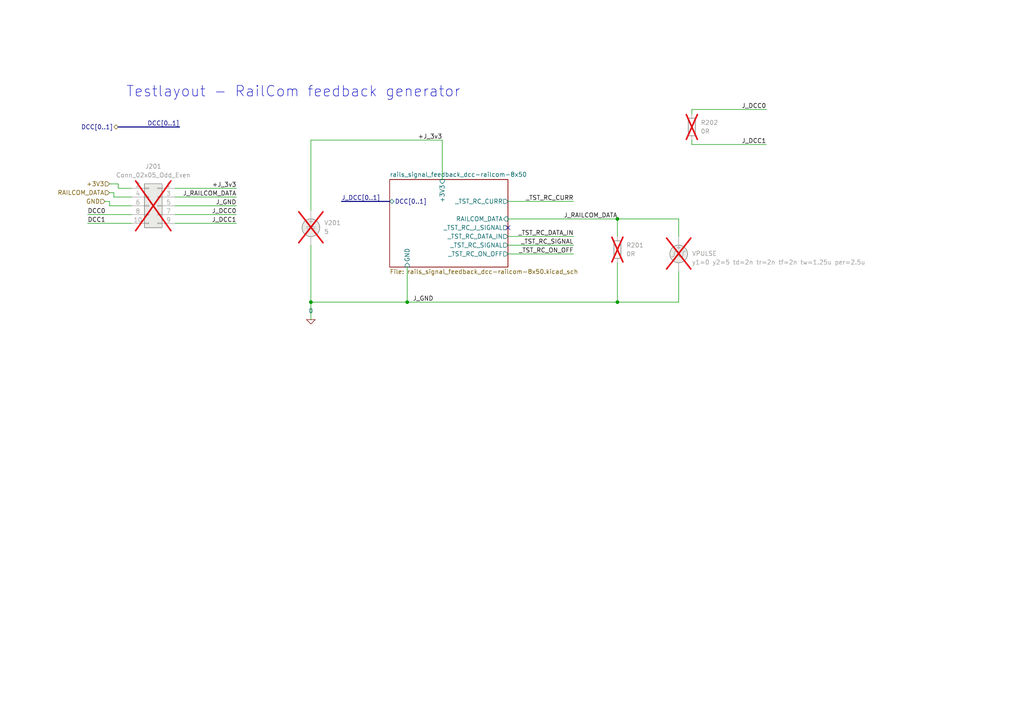
<source format=kicad_sch>
(kicad_sch
	(version 20231120)
	(generator "eeschema")
	(generator_version "8.0")
	(uuid "6d7aefd8-fcb8-4935-b99c-c7045c3b702f")
	(paper "A4")
	(title_block
		(title "xDuinoRail - LocDecoder - Development Kit")
		(date "2024-10-09")
		(rev "v0.2")
		(company "Chatelain Engineering, Bern - CH")
	)
	(lib_symbols
		(symbol "Connector_Generic:Conn_02x05_Odd_Even"
			(pin_names
				(offset 1.016) hide)
			(exclude_from_sim no)
			(in_bom yes)
			(on_board yes)
			(property "Reference" "J"
				(at 1.27 7.62 0)
				(effects
					(font
						(size 1.27 1.27)
					)
				)
			)
			(property "Value" "Conn_02x05_Odd_Even"
				(at 1.27 -7.62 0)
				(effects
					(font
						(size 1.27 1.27)
					)
				)
			)
			(property "Footprint" ""
				(at 0 0 0)
				(effects
					(font
						(size 1.27 1.27)
					)
					(hide yes)
				)
			)
			(property "Datasheet" "~"
				(at 0 0 0)
				(effects
					(font
						(size 1.27 1.27)
					)
					(hide yes)
				)
			)
			(property "Description" "Generic connector, double row, 02x05, odd/even pin numbering scheme (row 1 odd numbers, row 2 even numbers), script generated (kicad-library-utils/schlib/autogen/connector/)"
				(at 0 0 0)
				(effects
					(font
						(size 1.27 1.27)
					)
					(hide yes)
				)
			)
			(property "ki_keywords" "connector"
				(at 0 0 0)
				(effects
					(font
						(size 1.27 1.27)
					)
					(hide yes)
				)
			)
			(property "ki_fp_filters" "Connector*:*_2x??_*"
				(at 0 0 0)
				(effects
					(font
						(size 1.27 1.27)
					)
					(hide yes)
				)
			)
			(symbol "Conn_02x05_Odd_Even_1_1"
				(rectangle
					(start -1.27 -4.953)
					(end 0 -5.207)
					(stroke
						(width 0.1524)
						(type default)
					)
					(fill
						(type none)
					)
				)
				(rectangle
					(start -1.27 -2.413)
					(end 0 -2.667)
					(stroke
						(width 0.1524)
						(type default)
					)
					(fill
						(type none)
					)
				)
				(rectangle
					(start -1.27 0.127)
					(end 0 -0.127)
					(stroke
						(width 0.1524)
						(type default)
					)
					(fill
						(type none)
					)
				)
				(rectangle
					(start -1.27 2.667)
					(end 0 2.413)
					(stroke
						(width 0.1524)
						(type default)
					)
					(fill
						(type none)
					)
				)
				(rectangle
					(start -1.27 5.207)
					(end 0 4.953)
					(stroke
						(width 0.1524)
						(type default)
					)
					(fill
						(type none)
					)
				)
				(rectangle
					(start -1.27 6.35)
					(end 3.81 -6.35)
					(stroke
						(width 0.254)
						(type default)
					)
					(fill
						(type background)
					)
				)
				(rectangle
					(start 3.81 -4.953)
					(end 2.54 -5.207)
					(stroke
						(width 0.1524)
						(type default)
					)
					(fill
						(type none)
					)
				)
				(rectangle
					(start 3.81 -2.413)
					(end 2.54 -2.667)
					(stroke
						(width 0.1524)
						(type default)
					)
					(fill
						(type none)
					)
				)
				(rectangle
					(start 3.81 0.127)
					(end 2.54 -0.127)
					(stroke
						(width 0.1524)
						(type default)
					)
					(fill
						(type none)
					)
				)
				(rectangle
					(start 3.81 2.667)
					(end 2.54 2.413)
					(stroke
						(width 0.1524)
						(type default)
					)
					(fill
						(type none)
					)
				)
				(rectangle
					(start 3.81 5.207)
					(end 2.54 4.953)
					(stroke
						(width 0.1524)
						(type default)
					)
					(fill
						(type none)
					)
				)
				(pin passive line
					(at -5.08 5.08 0)
					(length 3.81)
					(name "Pin_1"
						(effects
							(font
								(size 1.27 1.27)
							)
						)
					)
					(number "1"
						(effects
							(font
								(size 1.27 1.27)
							)
						)
					)
				)
				(pin passive line
					(at 7.62 -5.08 180)
					(length 3.81)
					(name "Pin_10"
						(effects
							(font
								(size 1.27 1.27)
							)
						)
					)
					(number "10"
						(effects
							(font
								(size 1.27 1.27)
							)
						)
					)
				)
				(pin passive line
					(at 7.62 5.08 180)
					(length 3.81)
					(name "Pin_2"
						(effects
							(font
								(size 1.27 1.27)
							)
						)
					)
					(number "2"
						(effects
							(font
								(size 1.27 1.27)
							)
						)
					)
				)
				(pin passive line
					(at -5.08 2.54 0)
					(length 3.81)
					(name "Pin_3"
						(effects
							(font
								(size 1.27 1.27)
							)
						)
					)
					(number "3"
						(effects
							(font
								(size 1.27 1.27)
							)
						)
					)
				)
				(pin passive line
					(at 7.62 2.54 180)
					(length 3.81)
					(name "Pin_4"
						(effects
							(font
								(size 1.27 1.27)
							)
						)
					)
					(number "4"
						(effects
							(font
								(size 1.27 1.27)
							)
						)
					)
				)
				(pin passive line
					(at -5.08 0 0)
					(length 3.81)
					(name "Pin_5"
						(effects
							(font
								(size 1.27 1.27)
							)
						)
					)
					(number "5"
						(effects
							(font
								(size 1.27 1.27)
							)
						)
					)
				)
				(pin passive line
					(at 7.62 0 180)
					(length 3.81)
					(name "Pin_6"
						(effects
							(font
								(size 1.27 1.27)
							)
						)
					)
					(number "6"
						(effects
							(font
								(size 1.27 1.27)
							)
						)
					)
				)
				(pin passive line
					(at -5.08 -2.54 0)
					(length 3.81)
					(name "Pin_7"
						(effects
							(font
								(size 1.27 1.27)
							)
						)
					)
					(number "7"
						(effects
							(font
								(size 1.27 1.27)
							)
						)
					)
				)
				(pin passive line
					(at 7.62 -2.54 180)
					(length 3.81)
					(name "Pin_8"
						(effects
							(font
								(size 1.27 1.27)
							)
						)
					)
					(number "8"
						(effects
							(font
								(size 1.27 1.27)
							)
						)
					)
				)
				(pin passive line
					(at -5.08 -5.08 0)
					(length 3.81)
					(name "Pin_9"
						(effects
							(font
								(size 1.27 1.27)
							)
						)
					)
					(number "9"
						(effects
							(font
								(size 1.27 1.27)
							)
						)
					)
				)
			)
		)
		(symbol "Device:R"
			(pin_numbers hide)
			(pin_names
				(offset 0)
			)
			(exclude_from_sim no)
			(in_bom yes)
			(on_board yes)
			(property "Reference" "R"
				(at 2.032 0 90)
				(effects
					(font
						(size 1.27 1.27)
					)
				)
			)
			(property "Value" "R"
				(at 0 0 90)
				(effects
					(font
						(size 1.27 1.27)
					)
				)
			)
			(property "Footprint" ""
				(at -1.778 0 90)
				(effects
					(font
						(size 1.27 1.27)
					)
					(hide yes)
				)
			)
			(property "Datasheet" "~"
				(at 0 0 0)
				(effects
					(font
						(size 1.27 1.27)
					)
					(hide yes)
				)
			)
			(property "Description" "Resistor"
				(at 0 0 0)
				(effects
					(font
						(size 1.27 1.27)
					)
					(hide yes)
				)
			)
			(property "ki_keywords" "R res resistor"
				(at 0 0 0)
				(effects
					(font
						(size 1.27 1.27)
					)
					(hide yes)
				)
			)
			(property "ki_fp_filters" "R_*"
				(at 0 0 0)
				(effects
					(font
						(size 1.27 1.27)
					)
					(hide yes)
				)
			)
			(symbol "R_0_1"
				(rectangle
					(start -1.016 -2.54)
					(end 1.016 2.54)
					(stroke
						(width 0.254)
						(type default)
					)
					(fill
						(type none)
					)
				)
			)
			(symbol "R_1_1"
				(pin passive line
					(at 0 3.81 270)
					(length 1.27)
					(name "~"
						(effects
							(font
								(size 1.27 1.27)
							)
						)
					)
					(number "1"
						(effects
							(font
								(size 1.27 1.27)
							)
						)
					)
				)
				(pin passive line
					(at 0 -3.81 90)
					(length 1.27)
					(name "~"
						(effects
							(font
								(size 1.27 1.27)
							)
						)
					)
					(number "2"
						(effects
							(font
								(size 1.27 1.27)
							)
						)
					)
				)
			)
		)
		(symbol "Simulation_SPICE:0"
			(power)
			(pin_numbers hide)
			(pin_names
				(offset 0) hide)
			(exclude_from_sim no)
			(in_bom yes)
			(on_board yes)
			(property "Reference" "#GND"
				(at 0 -5.08 0)
				(effects
					(font
						(size 1.27 1.27)
					)
					(hide yes)
				)
			)
			(property "Value" "0"
				(at 0 -2.54 0)
				(effects
					(font
						(size 1.27 1.27)
					)
				)
			)
			(property "Footprint" ""
				(at 0 0 0)
				(effects
					(font
						(size 1.27 1.27)
					)
					(hide yes)
				)
			)
			(property "Datasheet" "https://ngspice.sourceforge.io/docs/ngspice-html-manual/manual.xhtml#subsec_Circuit_elements__device"
				(at 0 -10.16 0)
				(effects
					(font
						(size 1.27 1.27)
					)
					(hide yes)
				)
			)
			(property "Description" "0V reference potential for simulation"
				(at 0 -7.62 0)
				(effects
					(font
						(size 1.27 1.27)
					)
					(hide yes)
				)
			)
			(property "ki_keywords" "simulation"
				(at 0 0 0)
				(effects
					(font
						(size 1.27 1.27)
					)
					(hide yes)
				)
			)
			(symbol "0_0_1"
				(polyline
					(pts
						(xy -1.27 0) (xy 0 -1.27) (xy 1.27 0) (xy -1.27 0)
					)
					(stroke
						(width 0)
						(type default)
					)
					(fill
						(type none)
					)
				)
			)
			(symbol "0_1_1"
				(pin power_in line
					(at 0 0 0)
					(length 0)
					(name "~"
						(effects
							(font
								(size 1.016 1.016)
							)
						)
					)
					(number "1"
						(effects
							(font
								(size 1.016 1.016)
							)
						)
					)
				)
			)
		)
		(symbol "Simulation_SPICE:VDC"
			(pin_numbers hide)
			(pin_names
				(offset 0.0254)
			)
			(exclude_from_sim no)
			(in_bom yes)
			(on_board yes)
			(property "Reference" "V"
				(at 2.54 2.54 0)
				(effects
					(font
						(size 1.27 1.27)
					)
					(justify left)
				)
			)
			(property "Value" "1"
				(at 2.54 0 0)
				(effects
					(font
						(size 1.27 1.27)
					)
					(justify left)
				)
			)
			(property "Footprint" ""
				(at 0 0 0)
				(effects
					(font
						(size 1.27 1.27)
					)
					(hide yes)
				)
			)
			(property "Datasheet" "https://ngspice.sourceforge.io/docs/ngspice-html-manual/manual.xhtml#sec_Independent_Sources_for"
				(at 0 0 0)
				(effects
					(font
						(size 1.27 1.27)
					)
					(hide yes)
				)
			)
			(property "Description" "Voltage source, DC"
				(at 0 0 0)
				(effects
					(font
						(size 1.27 1.27)
					)
					(hide yes)
				)
			)
			(property "Sim.Pins" "1=+ 2=-"
				(at 0 0 0)
				(effects
					(font
						(size 1.27 1.27)
					)
					(hide yes)
				)
			)
			(property "Sim.Type" "DC"
				(at 0 0 0)
				(effects
					(font
						(size 1.27 1.27)
					)
					(hide yes)
				)
			)
			(property "Sim.Device" "V"
				(at 0 0 0)
				(effects
					(font
						(size 1.27 1.27)
					)
					(justify left)
					(hide yes)
				)
			)
			(property "ki_keywords" "simulation"
				(at 0 0 0)
				(effects
					(font
						(size 1.27 1.27)
					)
					(hide yes)
				)
			)
			(symbol "VDC_0_0"
				(polyline
					(pts
						(xy -1.27 0.254) (xy 1.27 0.254)
					)
					(stroke
						(width 0)
						(type default)
					)
					(fill
						(type none)
					)
				)
				(polyline
					(pts
						(xy -0.762 -0.254) (xy -1.27 -0.254)
					)
					(stroke
						(width 0)
						(type default)
					)
					(fill
						(type none)
					)
				)
				(polyline
					(pts
						(xy 0.254 -0.254) (xy -0.254 -0.254)
					)
					(stroke
						(width 0)
						(type default)
					)
					(fill
						(type none)
					)
				)
				(polyline
					(pts
						(xy 1.27 -0.254) (xy 0.762 -0.254)
					)
					(stroke
						(width 0)
						(type default)
					)
					(fill
						(type none)
					)
				)
				(text "+"
					(at 0 1.905 0)
					(effects
						(font
							(size 1.27 1.27)
						)
					)
				)
			)
			(symbol "VDC_0_1"
				(circle
					(center 0 0)
					(radius 2.54)
					(stroke
						(width 0.254)
						(type default)
					)
					(fill
						(type background)
					)
				)
			)
			(symbol "VDC_1_1"
				(pin passive line
					(at 0 5.08 270)
					(length 2.54)
					(name "~"
						(effects
							(font
								(size 1.27 1.27)
							)
						)
					)
					(number "1"
						(effects
							(font
								(size 1.27 1.27)
							)
						)
					)
				)
				(pin passive line
					(at 0 -5.08 90)
					(length 2.54)
					(name "~"
						(effects
							(font
								(size 1.27 1.27)
							)
						)
					)
					(number "2"
						(effects
							(font
								(size 1.27 1.27)
							)
						)
					)
				)
			)
		)
		(symbol "Simulation_SPICE:VPULSE"
			(pin_numbers hide)
			(pin_names
				(offset 0.0254)
			)
			(exclude_from_sim no)
			(in_bom yes)
			(on_board yes)
			(property "Reference" "V"
				(at 2.54 2.54 0)
				(effects
					(font
						(size 1.27 1.27)
					)
					(justify left)
				)
			)
			(property "Value" "VPULSE"
				(at 2.54 0 0)
				(effects
					(font
						(size 1.27 1.27)
					)
					(justify left)
				)
			)
			(property "Footprint" ""
				(at 0 0 0)
				(effects
					(font
						(size 1.27 1.27)
					)
					(hide yes)
				)
			)
			(property "Datasheet" "https://ngspice.sourceforge.io/docs/ngspice-html-manual/manual.xhtml#sec_Independent_Sources_for"
				(at 0 0 0)
				(effects
					(font
						(size 1.27 1.27)
					)
					(hide yes)
				)
			)
			(property "Description" "Voltage source, pulse"
				(at 0 0 0)
				(effects
					(font
						(size 1.27 1.27)
					)
					(hide yes)
				)
			)
			(property "Sim.Pins" "1=+ 2=-"
				(at 0 0 0)
				(effects
					(font
						(size 1.27 1.27)
					)
					(hide yes)
				)
			)
			(property "Sim.Type" "PULSE"
				(at 0 0 0)
				(effects
					(font
						(size 1.27 1.27)
					)
					(hide yes)
				)
			)
			(property "Sim.Device" "V"
				(at 0 0 0)
				(effects
					(font
						(size 1.27 1.27)
					)
					(justify left)
					(hide yes)
				)
			)
			(property "Sim.Params" "y1=0 y2=1 td=2n tr=2n tf=2n tw=50n per=100n"
				(at 2.54 -2.54 0)
				(effects
					(font
						(size 1.27 1.27)
					)
					(justify left)
				)
			)
			(property "ki_keywords" "simulation"
				(at 0 0 0)
				(effects
					(font
						(size 1.27 1.27)
					)
					(hide yes)
				)
			)
			(symbol "VPULSE_0_0"
				(polyline
					(pts
						(xy -2.032 -0.762) (xy -1.397 -0.762) (xy -1.143 0.762) (xy -0.127 0.762) (xy 0.127 -0.762) (xy 1.143 -0.762)
						(xy 1.397 0.762) (xy 2.032 0.762)
					)
					(stroke
						(width 0)
						(type default)
					)
					(fill
						(type none)
					)
				)
				(text "+"
					(at 0 1.905 0)
					(effects
						(font
							(size 1.27 1.27)
						)
					)
				)
			)
			(symbol "VPULSE_0_1"
				(circle
					(center 0 0)
					(radius 2.54)
					(stroke
						(width 0.254)
						(type default)
					)
					(fill
						(type background)
					)
				)
			)
			(symbol "VPULSE_1_1"
				(pin passive line
					(at 0 5.08 270)
					(length 2.54)
					(name "~"
						(effects
							(font
								(size 1.27 1.27)
							)
						)
					)
					(number "1"
						(effects
							(font
								(size 1.27 1.27)
							)
						)
					)
				)
				(pin passive line
					(at 0 -5.08 90)
					(length 2.54)
					(name "~"
						(effects
							(font
								(size 1.27 1.27)
							)
						)
					)
					(number "2"
						(effects
							(font
								(size 1.27 1.27)
							)
						)
					)
				)
			)
		)
	)
	(junction
		(at 118.11 87.63)
		(diameter 0)
		(color 0 0 0 0)
		(uuid "6f2fd1b4-4ecc-47c2-9de0-cc4817736eae")
	)
	(junction
		(at 179.07 87.63)
		(diameter 0)
		(color 0 0 0 0)
		(uuid "cc9c03e1-bdcb-40fb-86a7-d79becb5f3fc")
	)
	(junction
		(at 179.07 63.5)
		(diameter 0)
		(color 0 0 0 0)
		(uuid "dea27ef0-064d-43bd-b730-dd2f2682c7e5")
	)
	(junction
		(at 90.17 87.63)
		(diameter 0)
		(color 0 0 0 0)
		(uuid "e272a849-cc71-499e-b6a8-a075a2a5d677")
	)
	(no_connect
		(at 147.32 66.04)
		(uuid "f50e0822-7ef8-4148-9473-af6213ea837b")
	)
	(wire
		(pts
			(xy 50.8 64.77) (xy 68.58 64.77)
		)
		(stroke
			(width 0)
			(type default)
		)
		(uuid "04bebee8-ff56-4660-a6cc-f69ef5d58ca3")
	)
	(wire
		(pts
			(xy 147.32 71.12) (xy 166.37 71.12)
		)
		(stroke
			(width 0)
			(type default)
		)
		(uuid "09b29b96-a880-4a1d-9110-b00312c059f5")
	)
	(wire
		(pts
			(xy 128.27 40.64) (xy 128.27 52.07)
		)
		(stroke
			(width 0)
			(type default)
		)
		(uuid "0b9a2c93-7133-4722-a2e3-8b6789ddb2ef")
	)
	(wire
		(pts
			(xy 90.17 40.64) (xy 128.27 40.64)
		)
		(stroke
			(width 0)
			(type default)
		)
		(uuid "0dad6ef4-779b-4028-a9df-f2ace96f0d20")
	)
	(wire
		(pts
			(xy 25.4 62.23) (xy 38.1 62.23)
		)
		(stroke
			(width 0)
			(type default)
		)
		(uuid "202e3197-0b73-449f-9ab5-87c3bcb1c45b")
	)
	(wire
		(pts
			(xy 31.75 53.34) (xy 34.29 53.34)
		)
		(stroke
			(width 0)
			(type default)
		)
		(uuid "219575d4-e40b-4204-973e-7dceaf9982d8")
	)
	(wire
		(pts
			(xy 30.48 58.42) (xy 31.75 58.42)
		)
		(stroke
			(width 0)
			(type default)
		)
		(uuid "2d9ae998-2950-40e2-987e-c0e9b869fbdf")
	)
	(wire
		(pts
			(xy 147.32 63.5) (xy 179.07 63.5)
		)
		(stroke
			(width 0)
			(type default)
		)
		(uuid "2f54d384-c45e-41c5-8de3-c0190f32e37e")
	)
	(wire
		(pts
			(xy 147.32 58.42) (xy 166.37 58.42)
		)
		(stroke
			(width 0)
			(type default)
		)
		(uuid "313d5732-6555-441d-af0f-c478f641f462")
	)
	(wire
		(pts
			(xy 196.85 78.74) (xy 196.85 87.63)
		)
		(stroke
			(width 0)
			(type default)
		)
		(uuid "393bb305-7d44-4b44-8658-7af4d6126e79")
	)
	(wire
		(pts
			(xy 90.17 87.63) (xy 90.17 92.71)
		)
		(stroke
			(width 0)
			(type default)
		)
		(uuid "3af9a859-03ca-4ac6-a141-9edf771ef094")
	)
	(wire
		(pts
			(xy 147.32 68.58) (xy 166.37 68.58)
		)
		(stroke
			(width 0)
			(type default)
		)
		(uuid "3c43f909-30e5-4af8-b544-c46af4579442")
	)
	(wire
		(pts
			(xy 200.66 31.75) (xy 200.66 33.02)
		)
		(stroke
			(width 0)
			(type default)
		)
		(uuid "4bddc85c-4a34-4353-a98d-cdc5f99a2a77")
	)
	(wire
		(pts
			(xy 31.75 59.69) (xy 38.1 59.69)
		)
		(stroke
			(width 0)
			(type default)
		)
		(uuid "4ed7608a-6e22-4544-b164-008ee103b901")
	)
	(wire
		(pts
			(xy 33.02 57.15) (xy 38.1 57.15)
		)
		(stroke
			(width 0)
			(type default)
		)
		(uuid "4f93cbe7-bb73-4eeb-a0ce-ad11dfd3e633")
	)
	(bus
		(pts
			(xy 99.06 58.42) (xy 113.03 58.42)
		)
		(stroke
			(width 0)
			(type default)
		)
		(uuid "5e75aca0-c723-4814-937c-41da7d54aec7")
	)
	(wire
		(pts
			(xy 33.02 55.88) (xy 33.02 57.15)
		)
		(stroke
			(width 0)
			(type default)
		)
		(uuid "66b62af9-12b9-4ca1-b27a-7b986d1df33e")
	)
	(wire
		(pts
			(xy 179.07 63.5) (xy 196.85 63.5)
		)
		(stroke
			(width 0)
			(type default)
		)
		(uuid "6cca6b2d-ac04-497a-aa37-ca85cd8c2eaf")
	)
	(wire
		(pts
			(xy 196.85 68.58) (xy 196.85 63.5)
		)
		(stroke
			(width 0)
			(type default)
		)
		(uuid "6d0b81bc-c03c-42f0-8706-5de5f221cc3b")
	)
	(wire
		(pts
			(xy 50.8 57.15) (xy 68.58 57.15)
		)
		(stroke
			(width 0)
			(type default)
		)
		(uuid "73354bf5-2f65-414b-808f-3eb91e8be278")
	)
	(wire
		(pts
			(xy 200.66 41.91) (xy 222.25 41.91)
		)
		(stroke
			(width 0)
			(type default)
		)
		(uuid "78bff2cd-b232-4b70-9871-da4e615229c9")
	)
	(wire
		(pts
			(xy 25.4 64.77) (xy 38.1 64.77)
		)
		(stroke
			(width 0)
			(type default)
		)
		(uuid "8053b0d1-1692-4d37-a4b1-d528102834e2")
	)
	(wire
		(pts
			(xy 34.29 53.34) (xy 34.29 54.61)
		)
		(stroke
			(width 0)
			(type default)
		)
		(uuid "80a56e01-2439-442b-ab2e-1ae367a5d6ae")
	)
	(wire
		(pts
			(xy 31.75 58.42) (xy 31.75 59.69)
		)
		(stroke
			(width 0)
			(type default)
		)
		(uuid "86359060-8b57-4f61-89ff-f153e4e234a8")
	)
	(wire
		(pts
			(xy 147.32 73.66) (xy 166.37 73.66)
		)
		(stroke
			(width 0)
			(type default)
		)
		(uuid "889f7ea5-7933-4caf-8609-5836e72ac877")
	)
	(wire
		(pts
			(xy 179.07 76.2) (xy 179.07 87.63)
		)
		(stroke
			(width 0)
			(type default)
		)
		(uuid "8a7e2f07-9108-424e-ad63-a162115a9fd0")
	)
	(wire
		(pts
			(xy 50.8 59.69) (xy 68.58 59.69)
		)
		(stroke
			(width 0)
			(type default)
		)
		(uuid "930af6f7-9ebe-4124-bf69-2f4f6c4a5f4c")
	)
	(wire
		(pts
			(xy 90.17 71.12) (xy 90.17 87.63)
		)
		(stroke
			(width 0)
			(type default)
		)
		(uuid "9443f1cb-f41d-4e69-be31-5f4926b91c55")
	)
	(wire
		(pts
			(xy 118.11 87.63) (xy 118.11 77.47)
		)
		(stroke
			(width 0)
			(type default)
		)
		(uuid "96e2c257-666a-4f47-8f37-8caa3141c65e")
	)
	(wire
		(pts
			(xy 200.66 41.91) (xy 200.66 40.64)
		)
		(stroke
			(width 0)
			(type default)
		)
		(uuid "a300d9ed-62c4-4028-b5a6-d7886fadcce5")
	)
	(wire
		(pts
			(xy 179.07 87.63) (xy 196.85 87.63)
		)
		(stroke
			(width 0)
			(type default)
		)
		(uuid "b4a4963a-8b19-473b-90b5-b0d0be0f21a1")
	)
	(wire
		(pts
			(xy 90.17 87.63) (xy 118.11 87.63)
		)
		(stroke
			(width 0)
			(type default)
		)
		(uuid "bcdba7ba-08f5-4efe-bf0a-acf23d5a25a2")
	)
	(wire
		(pts
			(xy 90.17 60.96) (xy 90.17 40.64)
		)
		(stroke
			(width 0)
			(type default)
		)
		(uuid "d18a6f26-a269-4dd2-aea6-67bc76487c54")
	)
	(wire
		(pts
			(xy 50.8 54.61) (xy 68.58 54.61)
		)
		(stroke
			(width 0)
			(type default)
		)
		(uuid "d9afae14-3fb1-4baf-8c08-a9beb95c125c")
	)
	(wire
		(pts
			(xy 31.75 55.88) (xy 33.02 55.88)
		)
		(stroke
			(width 0)
			(type default)
		)
		(uuid "e0c4c0bd-a94a-43cd-a77f-b3f7aeff7b45")
	)
	(wire
		(pts
			(xy 50.8 62.23) (xy 68.58 62.23)
		)
		(stroke
			(width 0)
			(type default)
		)
		(uuid "e38a1909-8b8b-451f-bee9-b809026d54ab")
	)
	(wire
		(pts
			(xy 118.11 87.63) (xy 179.07 87.63)
		)
		(stroke
			(width 0)
			(type default)
		)
		(uuid "e3a52ff8-0fed-48e3-b1c4-865382504dcd")
	)
	(wire
		(pts
			(xy 34.29 54.61) (xy 38.1 54.61)
		)
		(stroke
			(width 0)
			(type default)
		)
		(uuid "e865e258-667e-46b5-9302-1743ba63ec29")
	)
	(wire
		(pts
			(xy 179.07 63.5) (xy 179.07 68.58)
		)
		(stroke
			(width 0)
			(type default)
		)
		(uuid "f21cb5c5-acd8-46a9-b74d-902656a8b7b1")
	)
	(bus
		(pts
			(xy 34.29 36.83) (xy 52.07 36.83)
		)
		(stroke
			(width 0)
			(type default)
		)
		(uuid "f8506420-a060-44bd-96fa-54beca64270d")
	)
	(wire
		(pts
			(xy 200.66 31.75) (xy 222.25 31.75)
		)
		(stroke
			(width 0)
			(type default)
		)
		(uuid "fe530b38-fbee-4831-84f7-87a4716aa3a9")
	)
	(text "Testlayout - RailCom feedback generator"
		(exclude_from_sim no)
		(at 85.09 26.67 0)
		(effects
			(font
				(size 3.048 3.048)
			)
		)
		(uuid "4bd3dc2a-2063-413e-999c-593cb966b599")
	)
	(label "_TST_RC_SIGNAL"
		(at 166.37 71.12 180)
		(fields_autoplaced yes)
		(effects
			(font
				(size 1.27 1.27)
			)
			(justify right bottom)
		)
		(uuid "0b484595-4794-4dda-a675-621405330dfe")
	)
	(label "J_DCC0"
		(at 68.58 62.23 180)
		(fields_autoplaced yes)
		(effects
			(font
				(size 1.27 1.27)
			)
			(justify right bottom)
		)
		(uuid "181f9ce4-e484-47c9-8552-c90036605f7c")
	)
	(label "DCC[0..1]"
		(at 52.07 36.83 180)
		(fields_autoplaced yes)
		(effects
			(font
				(size 1.27 1.27)
			)
			(justify right bottom)
		)
		(uuid "2e59525d-a4e1-42a3-923b-84b6d7f087bc")
	)
	(label "J_DCC0"
		(at 222.25 31.75 180)
		(fields_autoplaced yes)
		(effects
			(font
				(size 1.27 1.27)
			)
			(justify right bottom)
		)
		(uuid "3c6ff148-4246-4608-b26f-d079d5a83062")
	)
	(label "_TST_RC_CURR"
		(at 166.37 58.42 180)
		(fields_autoplaced yes)
		(effects
			(font
				(size 1.27 1.27)
			)
			(justify right bottom)
		)
		(uuid "639748c0-13b4-4e88-9f5f-f28297aa039d")
	)
	(label "J_DCC1"
		(at 222.25 41.91 180)
		(fields_autoplaced yes)
		(effects
			(font
				(size 1.27 1.27)
			)
			(justify right bottom)
		)
		(uuid "65d6f9d0-ed65-4c6d-aca5-22bd2438590e")
	)
	(label "J_GND"
		(at 125.73 87.63 180)
		(fields_autoplaced yes)
		(effects
			(font
				(size 1.27 1.27)
			)
			(justify right bottom)
		)
		(uuid "65f58800-6b53-4cf9-b381-4d75438671c5")
	)
	(label "DCC0"
		(at 25.4 62.23 0)
		(fields_autoplaced yes)
		(effects
			(font
				(size 1.27 1.27)
			)
			(justify left bottom)
		)
		(uuid "7ff58d2a-fd41-4009-bc16-ffa625ffa723")
	)
	(label "J_RAILCOM_DATA"
		(at 179.07 63.5 180)
		(fields_autoplaced yes)
		(effects
			(font
				(size 1.27 1.27)
			)
			(justify right bottom)
		)
		(uuid "a4734699-fa78-4617-878b-e76d306e0256")
	)
	(label "DCC1"
		(at 25.4 64.77 0)
		(fields_autoplaced yes)
		(effects
			(font
				(size 1.27 1.27)
			)
			(justify left bottom)
		)
		(uuid "ac94ee49-bf63-48a5-b26a-c2ba4cea2e25")
	)
	(label "J_DCC[0..1]"
		(at 99.06 58.42 0)
		(fields_autoplaced yes)
		(effects
			(font
				(size 1.27 1.27)
			)
			(justify left bottom)
		)
		(uuid "bcd79576-11ca-4e8d-905a-17fb039d959f")
	)
	(label "J_DCC1"
		(at 68.58 64.77 180)
		(fields_autoplaced yes)
		(effects
			(font
				(size 1.27 1.27)
			)
			(justify right bottom)
		)
		(uuid "e6155db5-5143-410c-914c-469c4b0fa6dd")
	)
	(label "+J_3v3"
		(at 128.27 40.64 180)
		(fields_autoplaced yes)
		(effects
			(font
				(size 1.27 1.27)
			)
			(justify right bottom)
		)
		(uuid "e61d33c4-9f38-453a-9bf1-8dfa19fde969")
	)
	(label "_TST_RC_DATA_IN"
		(at 166.37 68.58 180)
		(fields_autoplaced yes)
		(effects
			(font
				(size 1.27 1.27)
			)
			(justify right bottom)
		)
		(uuid "f01c9bc0-acc6-4beb-9536-62e4a6b399d2")
	)
	(label "J_GND"
		(at 68.58 59.69 180)
		(fields_autoplaced yes)
		(effects
			(font
				(size 1.27 1.27)
			)
			(justify right bottom)
		)
		(uuid "f239dea2-58c4-4d81-a3bb-cfc11d9a08ea")
	)
	(label "J_RAILCOM_DATA"
		(at 68.58 57.15 180)
		(fields_autoplaced yes)
		(effects
			(font
				(size 1.27 1.27)
			)
			(justify right bottom)
		)
		(uuid "f565264f-1000-4f71-8000-3bd31eca9df3")
	)
	(label "_TST_RC_ON_OFF"
		(at 166.37 73.66 180)
		(fields_autoplaced yes)
		(effects
			(font
				(size 1.27 1.27)
			)
			(justify right bottom)
		)
		(uuid "f7021346-f86d-4c48-8193-4942fb968153")
	)
	(label "+J_3v3"
		(at 68.58 54.61 180)
		(fields_autoplaced yes)
		(effects
			(font
				(size 1.27 1.27)
			)
			(justify right bottom)
		)
		(uuid "fc353637-18da-463d-b29d-b9bc37761fdf")
	)
	(hierarchical_label "DCC[0..1]"
		(shape bidirectional)
		(at 34.29 36.83 180)
		(fields_autoplaced yes)
		(effects
			(font
				(size 1.27 1.27)
			)
			(justify right)
		)
		(uuid "00359130-588b-4566-8dcb-10d396dc251d")
	)
	(hierarchical_label "+3V3"
		(shape input)
		(at 31.75 53.34 180)
		(fields_autoplaced yes)
		(effects
			(font
				(size 1.27 1.27)
			)
			(justify right)
		)
		(uuid "dcf10229-d7bd-4367-89e6-494172badeb9")
	)
	(hierarchical_label "RAILCOM_DATA"
		(shape input)
		(at 31.75 55.88 180)
		(fields_autoplaced yes)
		(effects
			(font
				(size 1.27 1.27)
			)
			(justify right)
		)
		(uuid "f9e2da6c-714b-4bf5-ab05-81c6bbd05bb6")
	)
	(hierarchical_label "GND"
		(shape input)
		(at 30.48 58.42 180)
		(fields_autoplaced yes)
		(effects
			(font
				(size 1.27 1.27)
			)
			(justify right)
		)
		(uuid "fb39273a-ba2b-475b-bb39-fe3ec755420d")
	)
	(symbol
		(lib_id "Simulation_SPICE:VPULSE")
		(at 196.85 73.66 0)
		(unit 1)
		(exclude_from_sim no)
		(in_bom no)
		(on_board no)
		(dnp yes)
		(fields_autoplaced yes)
		(uuid "53f7c01c-17fe-4cf4-acbe-d1d285113d2b")
		(property "Reference" "V202"
			(at 200.66 70.9901 0)
			(effects
				(font
					(size 1.27 1.27)
				)
				(justify left)
				(hide yes)
			)
		)
		(property "Value" "VPULSE"
			(at 200.66 73.5301 0)
			(effects
				(font
					(size 1.27 1.27)
				)
				(justify left)
			)
		)
		(property "Footprint" ""
			(at 196.85 73.66 0)
			(effects
				(font
					(size 1.27 1.27)
				)
				(hide yes)
			)
		)
		(property "Datasheet" "https://ngspice.sourceforge.io/docs/ngspice-html-manual/manual.xhtml#sec_Independent_Sources_for"
			(at 196.85 73.66 0)
			(effects
				(font
					(size 1.27 1.27)
				)
				(hide yes)
			)
		)
		(property "Description" "Voltage source, pulse"
			(at 196.85 73.66 0)
			(effects
				(font
					(size 1.27 1.27)
				)
				(hide yes)
			)
		)
		(property "Sim.Pins" "1=+ 2=-"
			(at 196.85 73.66 0)
			(effects
				(font
					(size 1.27 1.27)
				)
				(hide yes)
			)
		)
		(property "Sim.Type" "PULSE"
			(at 196.85 73.66 0)
			(effects
				(font
					(size 1.27 1.27)
				)
				(hide yes)
			)
		)
		(property "Sim.Device" "V"
			(at 196.85 73.66 0)
			(effects
				(font
					(size 1.27 1.27)
				)
				(justify left)
				(hide yes)
			)
		)
		(property "Sim.Params" "y1=0 y2=5 td=2n tr=2n tf=2n tw=1.25u per=2.5u"
			(at 200.66 76.0701 0)
			(effects
				(font
					(size 1.27 1.27)
				)
				(justify left)
			)
		)
		(property "P/N" ""
			(at 196.85 73.66 0)
			(effects
				(font
					(size 1.27 1.27)
				)
				(hide yes)
			)
		)
		(pin "1"
			(uuid "a5a4483c-c0ae-4564-952e-507b1d7d63f6")
		)
		(pin "2"
			(uuid "8955c91d-42ee-4203-bde0-ce8f7179367c")
		)
		(instances
			(project "rails_signal_feedback_dcc-railcom-8x50_test"
				(path "/6d7aefd8-fcb8-4935-b99c-c7045c3b702f"
					(reference "V202")
					(unit 1)
				)
			)
			(project "xDuinoRail-Accessory-Dev"
				(path "/fb33ec4e-6596-45d2-a121-8d3475acd69a/b23a7a80-dec5-4402-8b89-21ac006b94b5/b3e33b0b-4447-491d-8248-39a0d5e1dc57"
					(reference "V1802")
					(unit 1)
				)
			)
		)
	)
	(symbol
		(lib_id "Simulation_SPICE:VDC")
		(at 90.17 66.04 0)
		(unit 1)
		(exclude_from_sim no)
		(in_bom no)
		(on_board no)
		(dnp yes)
		(fields_autoplaced yes)
		(uuid "5e1106cd-ad31-444d-9cab-9c013bc6c150")
		(property "Reference" "V201"
			(at 93.98 64.6401 0)
			(effects
				(font
					(size 1.27 1.27)
				)
				(justify left)
			)
		)
		(property "Value" "5"
			(at 93.98 67.1801 0)
			(effects
				(font
					(size 1.27 1.27)
				)
				(justify left)
			)
		)
		(property "Footprint" ""
			(at 90.17 66.04 0)
			(effects
				(font
					(size 1.27 1.27)
				)
				(hide yes)
			)
		)
		(property "Datasheet" "https://ngspice.sourceforge.io/docs/ngspice-html-manual/manual.xhtml#sec_Independent_Sources_for"
			(at 90.17 66.04 0)
			(effects
				(font
					(size 1.27 1.27)
				)
				(hide yes)
			)
		)
		(property "Description" "Voltage source, DC"
			(at 90.17 66.04 0)
			(effects
				(font
					(size 1.27 1.27)
				)
				(hide yes)
			)
		)
		(property "Sim.Pins" "1=+ 2=-"
			(at 90.17 66.04 0)
			(effects
				(font
					(size 1.27 1.27)
				)
				(hide yes)
			)
		)
		(property "Sim.Type" "DC"
			(at 90.17 66.04 0)
			(effects
				(font
					(size 1.27 1.27)
				)
				(hide yes)
			)
		)
		(property "Sim.Device" "V"
			(at 90.17 66.04 0)
			(effects
				(font
					(size 1.27 1.27)
				)
				(justify left)
				(hide yes)
			)
		)
		(property "P/N" ""
			(at 90.17 66.04 0)
			(effects
				(font
					(size 1.27 1.27)
				)
				(hide yes)
			)
		)
		(pin "2"
			(uuid "07b69c1c-143b-4374-803b-f7ea814209f4")
		)
		(pin "1"
			(uuid "0c94e031-c72e-4a0e-a02d-bbef81356c81")
		)
		(instances
			(project "rails_signal_feedback_dcc-railcom-8x50_test"
				(path "/6d7aefd8-fcb8-4935-b99c-c7045c3b702f"
					(reference "V201")
					(unit 1)
				)
			)
			(project "xDuinoRail-Arduino-RailcomDetect-Dev"
				(path "/81b33966-136c-4d5d-8e55-9dddbbd3dbe5/2e760e4f-382c-4bbb-b931-2c889ce9fb97"
					(reference "V701")
					(unit 1)
				)
			)
			(project "xDuinoRail-Accessory-Dev"
				(path "/fb33ec4e-6596-45d2-a121-8d3475acd69a/b23a7a80-dec5-4402-8b89-21ac006b94b5/b3e33b0b-4447-491d-8248-39a0d5e1dc57"
					(reference "V1801")
					(unit 1)
				)
			)
		)
	)
	(symbol
		(lib_id "Connector_Generic:Conn_02x05_Odd_Even")
		(at 45.72 59.69 0)
		(mirror y)
		(unit 1)
		(exclude_from_sim yes)
		(in_bom no)
		(on_board yes)
		(dnp yes)
		(uuid "78e9e5ad-f29f-44df-9cd5-230b79190928")
		(property "Reference" "J201"
			(at 44.45 48.26 0)
			(effects
				(font
					(size 1.27 1.27)
				)
			)
		)
		(property "Value" "Conn_02x05_Odd_Even"
			(at 44.45 50.8 0)
			(effects
				(font
					(size 1.27 1.27)
				)
			)
		)
		(property "Footprint" "xDuinoRail:PinHeaderJP_2x05_P2.54mm_Vertical"
			(at 45.72 59.69 0)
			(effects
				(font
					(size 1.27 1.27)
				)
				(hide yes)
			)
		)
		(property "Datasheet" "~"
			(at 45.72 59.69 0)
			(effects
				(font
					(size 1.27 1.27)
				)
				(hide yes)
			)
		)
		(property "Description" "Generic connector, double row, 02x05, odd/even pin numbering scheme (row 1 odd numbers, row 2 even numbers), script generated (kicad-library-utils/schlib/autogen/connector/)"
			(at 45.72 59.69 0)
			(effects
				(font
					(size 1.27 1.27)
				)
				(hide yes)
			)
		)
		(property "P/N" ""
			(at 45.72 59.69 0)
			(effects
				(font
					(size 1.27 1.27)
				)
				(hide yes)
			)
		)
		(pin "7"
			(uuid "ec3fd6ce-170b-4b5e-ab9b-75e2088e1775")
		)
		(pin "9"
			(uuid "18fee205-624b-4e1d-834b-d6f4bc1ffe41")
		)
		(pin "6"
			(uuid "a3b9c98b-6041-43e7-835b-17b1347991ff")
		)
		(pin "5"
			(uuid "ac79f141-d678-4552-b74a-9d2d8d8afcb0")
		)
		(pin "3"
			(uuid "220ea20b-65aa-4aab-8a8e-d4081600b90a")
		)
		(pin "1"
			(uuid "2f45cca6-fcbd-45a1-bcf3-fe9c70f7b765")
		)
		(pin "8"
			(uuid "1f177450-6706-48ed-9777-b6ce6885bfb4")
		)
		(pin "10"
			(uuid "a83328ac-023f-4b9f-932e-0832cf62cd67")
		)
		(pin "4"
			(uuid "bc034705-daf7-4007-b95e-f99f4d5005dc")
		)
		(pin "2"
			(uuid "495c27e1-8c0b-4c46-b173-d7db9bd1c258")
		)
		(instances
			(project "rails_signal_feedback_dcc-railcom-8x50_test"
				(path "/6d7aefd8-fcb8-4935-b99c-c7045c3b702f"
					(reference "J201")
					(unit 1)
				)
			)
			(project "xDuinoRail-Accessory-Dev"
				(path "/fb33ec4e-6596-45d2-a121-8d3475acd69a/b23a7a80-dec5-4402-8b89-21ac006b94b5/b3e33b0b-4447-491d-8248-39a0d5e1dc57"
					(reference "J1801")
					(unit 1)
				)
			)
		)
	)
	(symbol
		(lib_id "Device:R")
		(at 200.66 36.83 0)
		(unit 1)
		(exclude_from_sim no)
		(in_bom no)
		(on_board no)
		(dnp yes)
		(fields_autoplaced yes)
		(uuid "a54caad0-678c-47c9-be92-008c32157e4d")
		(property "Reference" "R202"
			(at 203.2 35.5599 0)
			(effects
				(font
					(size 1.27 1.27)
				)
				(justify left)
			)
		)
		(property "Value" "0R"
			(at 203.2 38.0999 0)
			(effects
				(font
					(size 1.27 1.27)
				)
				(justify left)
			)
		)
		(property "Footprint" ""
			(at 198.882 36.83 90)
			(effects
				(font
					(size 1.27 1.27)
				)
				(hide yes)
			)
		)
		(property "Datasheet" "~"
			(at 200.66 36.83 0)
			(effects
				(font
					(size 1.27 1.27)
				)
				(hide yes)
			)
		)
		(property "Description" "Resistor"
			(at 200.66 36.83 0)
			(effects
				(font
					(size 1.27 1.27)
				)
				(hide yes)
			)
		)
		(property "P/N" ""
			(at 200.66 36.83 0)
			(effects
				(font
					(size 1.27 1.27)
				)
				(hide yes)
			)
		)
		(pin "1"
			(uuid "ddbde4f6-9992-48f5-b644-1c86df2f205f")
		)
		(pin "2"
			(uuid "5ae1a382-1eb3-48b9-b9ab-8019c0de9914")
		)
		(instances
			(project ""
				(path "/6d7aefd8-fcb8-4935-b99c-c7045c3b702f"
					(reference "R202")
					(unit 1)
				)
			)
			(project "xDuinoRail-Accessory-Dev"
				(path "/fb33ec4e-6596-45d2-a121-8d3475acd69a/b23a7a80-dec5-4402-8b89-21ac006b94b5/b3e33b0b-4447-491d-8248-39a0d5e1dc57"
					(reference "R1802")
					(unit 1)
				)
			)
		)
	)
	(symbol
		(lib_id "Device:R")
		(at 179.07 72.39 0)
		(unit 1)
		(exclude_from_sim yes)
		(in_bom no)
		(on_board no)
		(dnp yes)
		(fields_autoplaced yes)
		(uuid "b0434b6a-fe48-4005-8389-ada2970818dd")
		(property "Reference" "R201"
			(at 181.61 71.1199 0)
			(effects
				(font
					(size 1.27 1.27)
				)
				(justify left)
			)
		)
		(property "Value" "0R"
			(at 181.61 73.6599 0)
			(effects
				(font
					(size 1.27 1.27)
				)
				(justify left)
			)
		)
		(property "Footprint" ""
			(at 177.292 72.39 90)
			(effects
				(font
					(size 1.27 1.27)
				)
				(hide yes)
			)
		)
		(property "Datasheet" "~"
			(at 179.07 72.39 0)
			(effects
				(font
					(size 1.27 1.27)
				)
				(hide yes)
			)
		)
		(property "Description" "Resistor"
			(at 179.07 72.39 0)
			(effects
				(font
					(size 1.27 1.27)
				)
				(hide yes)
			)
		)
		(property "P/N" ""
			(at 179.07 72.39 0)
			(effects
				(font
					(size 1.27 1.27)
				)
				(hide yes)
			)
		)
		(pin "1"
			(uuid "af08f5dd-934f-43de-83ac-b1cc36f72669")
		)
		(pin "2"
			(uuid "d7f59416-5abd-4e4d-bd45-db611d151a43")
		)
		(instances
			(project "rails_signal_feedback_dcc-railcom-8x50_test"
				(path "/6d7aefd8-fcb8-4935-b99c-c7045c3b702f"
					(reference "R201")
					(unit 1)
				)
			)
			(project "xDuinoRail-Accessory-Dev"
				(path "/fb33ec4e-6596-45d2-a121-8d3475acd69a/b23a7a80-dec5-4402-8b89-21ac006b94b5/b3e33b0b-4447-491d-8248-39a0d5e1dc57"
					(reference "R1801")
					(unit 1)
				)
			)
		)
	)
	(symbol
		(lib_id "Simulation_SPICE:0")
		(at 90.17 92.71 0)
		(unit 1)
		(exclude_from_sim no)
		(in_bom no)
		(on_board yes)
		(dnp no)
		(fields_autoplaced yes)
		(uuid "df233c24-abfa-4337-95e1-309df180a361")
		(property "Reference" "#GND0201"
			(at 90.17 97.79 0)
			(effects
				(font
					(size 1.27 1.27)
				)
				(hide yes)
			)
		)
		(property "Value" "0"
			(at 90.17 90.17 0)
			(effects
				(font
					(size 1.27 1.27)
				)
			)
		)
		(property "Footprint" ""
			(at 90.17 92.71 0)
			(effects
				(font
					(size 1.27 1.27)
				)
				(hide yes)
			)
		)
		(property "Datasheet" "https://ngspice.sourceforge.io/docs/ngspice-html-manual/manual.xhtml#subsec_Circuit_elements__device"
			(at 90.17 102.87 0)
			(effects
				(font
					(size 1.27 1.27)
				)
				(hide yes)
			)
		)
		(property "Description" "0V reference potential for simulation"
			(at 90.17 100.33 0)
			(effects
				(font
					(size 1.27 1.27)
				)
				(hide yes)
			)
		)
		(pin "1"
			(uuid "346d46ee-87ca-4276-9775-724c240b2b41")
		)
		(instances
			(project "rails_signal_feedback_dcc-railcom-8x50_test"
				(path "/6d7aefd8-fcb8-4935-b99c-c7045c3b702f"
					(reference "#GND0201")
					(unit 1)
				)
			)
			(project "xDuinoRail-Accessory-Dev"
				(path "/fb33ec4e-6596-45d2-a121-8d3475acd69a/b23a7a80-dec5-4402-8b89-21ac006b94b5/b3e33b0b-4447-491d-8248-39a0d5e1dc57"
					(reference "#GND01801")
					(unit 1)
				)
			)
		)
	)
	(sheet
		(at 113.03 52.07)
		(size 34.29 25.4)
		(fields_autoplaced yes)
		(stroke
			(width 0.1524)
			(type solid)
		)
		(fill
			(color 0 0 0 0.0000)
		)
		(uuid "2444bbf9-5682-4e11-b667-350d7de8ca4f")
		(property "Sheetname" "rails_signal_feedback_dcc-railcom-8x50"
			(at 113.03 51.3584 0)
			(effects
				(font
					(size 1.27 1.27)
				)
				(justify left bottom)
			)
		)
		(property "Sheetfile" "rails_signal_feedback_dcc-railcom-8x50.kicad_sch"
			(at 113.03 78.0546 0)
			(effects
				(font
					(size 1.27 1.27)
				)
				(justify left top)
			)
		)
		(pin "_TST_RC_DATA_IN" output
			(at 147.32 68.58 0)
			(effects
				(font
					(size 1.27 1.27)
				)
				(justify right)
			)
			(uuid "82303923-57b7-4c0d-8c62-f156bbf61cb5")
		)
		(pin "_TST_RC_SIGNAL" output
			(at 147.32 71.12 0)
			(effects
				(font
					(size 1.27 1.27)
				)
				(justify right)
			)
			(uuid "4226f791-d755-4f3e-8eb7-e807581837b0")
		)
		(pin "RAILCOM_DATA" input
			(at 147.32 63.5 0)
			(effects
				(font
					(size 1.27 1.27)
				)
				(justify right)
			)
			(uuid "ba315d42-7c40-4bc8-9328-b4c33381f426")
		)
		(pin "+3V3" input
			(at 128.27 52.07 90)
			(effects
				(font
					(size 1.27 1.27)
				)
				(justify right)
			)
			(uuid "d8bdac27-87a7-44c3-bd05-74f6143aeed5")
		)
		(pin "_TST_RC_J_SIGNAL" output
			(at 147.32 66.04 0)
			(effects
				(font
					(size 1.27 1.27)
				)
				(justify right)
			)
			(uuid "6874523e-5c52-4756-81dc-6da6c527e9fa")
		)
		(pin "_TST_RC_ON_OFF" output
			(at 147.32 73.66 0)
			(effects
				(font
					(size 1.27 1.27)
				)
				(justify right)
			)
			(uuid "ec57b76f-2996-4863-80a8-6c12c23f9b93")
		)
		(pin "GND" input
			(at 118.11 77.47 270)
			(effects
				(font
					(size 1.27 1.27)
				)
				(justify left)
			)
			(uuid "bff46001-a2ef-4dbc-8e57-da0db5eb5423")
		)
		(pin "_TST_RC_CURR" output
			(at 147.32 58.42 0)
			(effects
				(font
					(size 1.27 1.27)
				)
				(justify right)
			)
			(uuid "6b208f4e-e083-44f4-aa5d-028fa25bb307")
		)
		(pin "DCC[0..1]" bidirectional
			(at 113.03 58.42 180)
			(effects
				(font
					(size 1.27 1.27)
				)
				(justify left)
			)
			(uuid "5c0680e0-c08f-4b84-b0fc-5834d651f03a")
		)
		(instances
			(project "rails_signal_feedback_dcc-railcom-8x50_test"
				(path "/6d7aefd8-fcb8-4935-b99c-c7045c3b702f"
					(page "2")
				)
			)
			(project ""
				(path "/b23a7a80-dec5-4402-8b89-21ac006b94b5/b3e33b0b-4447-491d-8248-39a0d5e1dc57"
					(page "#")
				)
			)
			(project "xDuinoRail-Accessory-Dev"
				(path "/fb33ec4e-6596-45d2-a121-8d3475acd69a/b23a7a80-dec5-4402-8b89-21ac006b94b5/b3e33b0b-4447-491d-8248-39a0d5e1dc57"
					(page "18")
				)
			)
		)
	)
)

</source>
